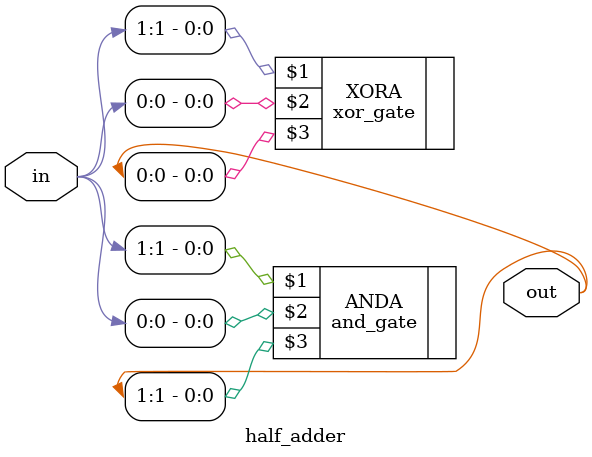
<source format=v>
module half_adder (input [1:0] in,
                   output [1:0] out);
    xor_gate XORA (in[1], in[0], out[0]);
    and_gate ANDA (in[1], in[0], out[1]);
endmodule

</source>
